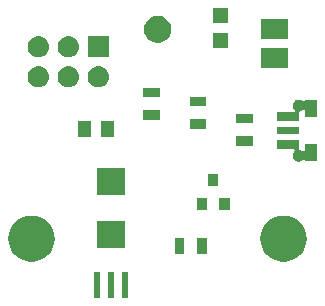
<source format=gts>
G04 #@! TF.GenerationSoftware,KiCad,Pcbnew,(5.0.2)-1*
G04 #@! TF.CreationDate,2019-05-02T14:31:50-05:00*
G04 #@! TF.ProjectId,roomba_wall_v3,726f6f6d-6261-45f7-9761-6c6c5f76332e,B*
G04 #@! TF.SameCoordinates,Original*
G04 #@! TF.FileFunction,Soldermask,Top*
G04 #@! TF.FilePolarity,Negative*
%FSLAX46Y46*%
G04 Gerber Fmt 4.6, Leading zero omitted, Abs format (unit mm)*
G04 Created by KiCad (PCBNEW (5.0.2)-1) date 5/2/2019 2:31:50 PM*
%MOMM*%
%LPD*%
G01*
G04 APERTURE LIST*
%ADD10C,0.100000*%
G04 APERTURE END LIST*
D10*
G36*
X157533800Y-130005800D02*
X157032200Y-130005800D01*
X157032200Y-127804200D01*
X157533800Y-127804200D01*
X157533800Y-130005800D01*
X157533800Y-130005800D01*
G37*
G36*
X156333800Y-130005800D02*
X155832200Y-130005800D01*
X155832200Y-127804200D01*
X156333800Y-127804200D01*
X156333800Y-130005800D01*
X156333800Y-130005800D01*
G37*
G36*
X155133800Y-130005800D02*
X154632200Y-130005800D01*
X154632200Y-127804200D01*
X155133800Y-127804200D01*
X155133800Y-130005800D01*
X155133800Y-130005800D01*
G37*
G36*
X149735400Y-123040498D02*
X149735403Y-123040499D01*
X149735404Y-123040499D01*
X150104074Y-123152334D01*
X150443842Y-123333944D01*
X150443844Y-123333945D01*
X150443843Y-123333945D01*
X150741651Y-123578349D01*
X150986055Y-123876157D01*
X151167665Y-124215924D01*
X151279502Y-124584600D01*
X151317263Y-124968000D01*
X151279502Y-125351400D01*
X151279501Y-125351403D01*
X151279501Y-125351404D01*
X151167666Y-125720074D01*
X150986056Y-126059842D01*
X150741651Y-126357651D01*
X150443842Y-126602056D01*
X150104074Y-126783666D01*
X149735404Y-126895501D01*
X149735403Y-126895501D01*
X149735400Y-126895502D01*
X149448083Y-126923800D01*
X149255917Y-126923800D01*
X148968600Y-126895502D01*
X148968597Y-126895501D01*
X148968596Y-126895501D01*
X148599926Y-126783666D01*
X148260158Y-126602056D01*
X147962349Y-126357651D01*
X147717944Y-126059842D01*
X147536334Y-125720074D01*
X147424499Y-125351404D01*
X147424499Y-125351403D01*
X147424498Y-125351400D01*
X147386737Y-124968000D01*
X147424498Y-124584600D01*
X147536335Y-124215924D01*
X147717945Y-123876157D01*
X147962349Y-123578349D01*
X148260157Y-123333945D01*
X148260156Y-123333945D01*
X148260158Y-123333944D01*
X148599926Y-123152334D01*
X148968596Y-123040499D01*
X148968597Y-123040499D01*
X148968600Y-123040498D01*
X149255917Y-123012200D01*
X149448083Y-123012200D01*
X149735400Y-123040498D01*
X149735400Y-123040498D01*
G37*
G36*
X171071400Y-123040498D02*
X171071403Y-123040499D01*
X171071404Y-123040499D01*
X171440074Y-123152334D01*
X171779842Y-123333944D01*
X171779844Y-123333945D01*
X171779843Y-123333945D01*
X172077651Y-123578349D01*
X172322055Y-123876157D01*
X172503665Y-124215924D01*
X172615502Y-124584600D01*
X172653263Y-124968000D01*
X172615502Y-125351400D01*
X172615501Y-125351403D01*
X172615501Y-125351404D01*
X172503666Y-125720074D01*
X172322056Y-126059842D01*
X172077651Y-126357651D01*
X171779842Y-126602056D01*
X171440074Y-126783666D01*
X171071404Y-126895501D01*
X171071403Y-126895501D01*
X171071400Y-126895502D01*
X170784083Y-126923800D01*
X170591917Y-126923800D01*
X170304600Y-126895502D01*
X170304597Y-126895501D01*
X170304596Y-126895501D01*
X169935926Y-126783666D01*
X169596158Y-126602056D01*
X169298349Y-126357651D01*
X169053944Y-126059842D01*
X168872334Y-125720074D01*
X168760499Y-125351404D01*
X168760499Y-125351403D01*
X168760498Y-125351400D01*
X168722737Y-124968000D01*
X168760498Y-124584600D01*
X168872335Y-124215924D01*
X169053945Y-123876157D01*
X169298349Y-123578349D01*
X169596157Y-123333945D01*
X169596156Y-123333945D01*
X169596158Y-123333944D01*
X169935926Y-123152334D01*
X170304596Y-123040499D01*
X170304597Y-123040499D01*
X170304600Y-123040498D01*
X170591917Y-123012200D01*
X170784083Y-123012200D01*
X171071400Y-123040498D01*
X171071400Y-123040498D01*
G37*
G36*
X164164800Y-126303800D02*
X163363200Y-126303800D01*
X163363200Y-124902200D01*
X164164800Y-124902200D01*
X164164800Y-126303800D01*
X164164800Y-126303800D01*
G37*
G36*
X162264800Y-126303800D02*
X161463200Y-126303800D01*
X161463200Y-124902200D01*
X162264800Y-124902200D01*
X162264800Y-126303800D01*
X162264800Y-126303800D01*
G37*
G36*
X157258800Y-125765300D02*
X154907200Y-125765300D01*
X154907200Y-123463700D01*
X157258800Y-123463700D01*
X157258800Y-125765300D01*
X157258800Y-125765300D01*
G37*
G36*
X164219800Y-122531800D02*
X163318200Y-122531800D01*
X163318200Y-121530200D01*
X164219800Y-121530200D01*
X164219800Y-122531800D01*
X164219800Y-122531800D01*
G37*
G36*
X166119800Y-122531800D02*
X165218200Y-122531800D01*
X165218200Y-121530200D01*
X166119800Y-121530200D01*
X166119800Y-122531800D01*
X166119800Y-122531800D01*
G37*
G36*
X157258800Y-121265300D02*
X154907200Y-121265300D01*
X154907200Y-118963700D01*
X157258800Y-118963700D01*
X157258800Y-121265300D01*
X157258800Y-121265300D01*
G37*
G36*
X165169800Y-120531800D02*
X164268200Y-120531800D01*
X164268200Y-119530200D01*
X165169800Y-119530200D01*
X165169800Y-120531800D01*
X165169800Y-120531800D01*
G37*
G36*
X172008800Y-117345909D02*
X172011202Y-117370295D01*
X172018315Y-117393744D01*
X172029866Y-117415355D01*
X172045412Y-117434297D01*
X172064354Y-117449843D01*
X172085965Y-117461394D01*
X172099053Y-117465364D01*
X172195216Y-117505196D01*
X172195218Y-117505197D01*
X172206254Y-117512571D01*
X172277244Y-117560005D01*
X172293812Y-117576573D01*
X172312754Y-117592119D01*
X172334365Y-117603670D01*
X172357814Y-117610783D01*
X172382200Y-117613185D01*
X172406586Y-117610783D01*
X172430035Y-117603670D01*
X172451646Y-117592119D01*
X172470588Y-117576573D01*
X172486134Y-117557631D01*
X172497685Y-117536020D01*
X172504798Y-117512571D01*
X172507200Y-117488185D01*
X172507200Y-116973200D01*
X173508800Y-116973200D01*
X173508800Y-118374800D01*
X172501574Y-118374800D01*
X172497685Y-118361980D01*
X172486134Y-118340369D01*
X172470588Y-118321427D01*
X172451646Y-118305881D01*
X172430035Y-118294330D01*
X172406586Y-118287217D01*
X172382200Y-118284815D01*
X172357814Y-118287217D01*
X172334365Y-118294330D01*
X172312754Y-118305881D01*
X172293812Y-118321427D01*
X172277244Y-118337995D01*
X172277241Y-118337997D01*
X172195218Y-118392803D01*
X172195217Y-118392804D01*
X172195216Y-118392804D01*
X172104077Y-118430555D01*
X172007326Y-118449800D01*
X171908674Y-118449800D01*
X171811923Y-118430555D01*
X171720784Y-118392804D01*
X171720783Y-118392804D01*
X171720782Y-118392803D01*
X171638759Y-118337997D01*
X171638756Y-118337995D01*
X171569005Y-118268244D01*
X171514196Y-118186216D01*
X171476445Y-118095077D01*
X171457200Y-117998326D01*
X171457200Y-117899674D01*
X171476445Y-117802923D01*
X171514196Y-117711784D01*
X171569005Y-117629756D01*
X171610573Y-117588188D01*
X171626119Y-117569246D01*
X171637670Y-117547635D01*
X171644783Y-117524186D01*
X171647185Y-117499800D01*
X171644783Y-117475414D01*
X171637670Y-117451965D01*
X171626119Y-117430354D01*
X171610573Y-117411412D01*
X171591631Y-117395866D01*
X171570020Y-117384315D01*
X171546571Y-117377202D01*
X171522185Y-117374800D01*
X170107200Y-117374800D01*
X170107200Y-116623200D01*
X172008800Y-116623200D01*
X172008800Y-117345909D01*
X172008800Y-117345909D01*
G37*
G36*
X168086800Y-117111300D02*
X166685200Y-117111300D01*
X166685200Y-116309700D01*
X168086800Y-116309700D01*
X168086800Y-117111300D01*
X168086800Y-117111300D01*
G37*
G36*
X154363800Y-116372800D02*
X153262200Y-116372800D01*
X153262200Y-115021200D01*
X154363800Y-115021200D01*
X154363800Y-116372800D01*
X154363800Y-116372800D01*
G37*
G36*
X156363800Y-116372800D02*
X155262200Y-116372800D01*
X155262200Y-115021200D01*
X156363800Y-115021200D01*
X156363800Y-116372800D01*
X156363800Y-116372800D01*
G37*
G36*
X172008800Y-116124800D02*
X170107200Y-116124800D01*
X170107200Y-115523200D01*
X172008800Y-115523200D01*
X172008800Y-116124800D01*
X172008800Y-116124800D01*
G37*
G36*
X164149800Y-115650800D02*
X162748200Y-115650800D01*
X162748200Y-114849200D01*
X164149800Y-114849200D01*
X164149800Y-115650800D01*
X164149800Y-115650800D01*
G37*
G36*
X168086800Y-115211300D02*
X166685200Y-115211300D01*
X166685200Y-114409700D01*
X168086800Y-114409700D01*
X168086800Y-115211300D01*
X168086800Y-115211300D01*
G37*
G36*
X172104077Y-113217445D02*
X172195216Y-113255196D01*
X172195218Y-113255197D01*
X172222161Y-113273200D01*
X172277244Y-113310005D01*
X172293812Y-113326573D01*
X172312754Y-113342119D01*
X172334365Y-113353670D01*
X172357814Y-113360783D01*
X172382200Y-113363185D01*
X172406586Y-113360783D01*
X172430035Y-113353670D01*
X172451646Y-113342119D01*
X172470588Y-113326573D01*
X172486134Y-113307631D01*
X172497685Y-113286020D01*
X172501574Y-113273200D01*
X173508800Y-113273200D01*
X173508800Y-114674800D01*
X172507200Y-114674800D01*
X172507200Y-114159815D01*
X172504798Y-114135429D01*
X172497685Y-114111980D01*
X172486134Y-114090369D01*
X172470588Y-114071427D01*
X172451646Y-114055881D01*
X172430035Y-114044330D01*
X172406586Y-114037217D01*
X172382200Y-114034815D01*
X172357814Y-114037217D01*
X172334365Y-114044330D01*
X172312754Y-114055881D01*
X172293812Y-114071427D01*
X172277244Y-114087995D01*
X172277241Y-114087997D01*
X172195218Y-114142803D01*
X172195217Y-114142804D01*
X172195216Y-114142804D01*
X172099057Y-114182635D01*
X172085972Y-114186603D01*
X172064361Y-114198153D01*
X172045418Y-114213697D01*
X172029871Y-114232638D01*
X172018318Y-114254248D01*
X172011203Y-114277696D01*
X172008800Y-114302091D01*
X172008800Y-115029800D01*
X170107200Y-115029800D01*
X170107200Y-114268200D01*
X171517185Y-114268200D01*
X171541571Y-114265798D01*
X171565020Y-114258685D01*
X171586631Y-114247134D01*
X171605573Y-114231588D01*
X171621119Y-114212646D01*
X171632670Y-114191035D01*
X171639783Y-114167586D01*
X171642185Y-114143200D01*
X171639783Y-114118814D01*
X171632670Y-114095365D01*
X171621119Y-114073754D01*
X171605573Y-114054812D01*
X171569005Y-114018244D01*
X171514196Y-113936216D01*
X171476445Y-113845077D01*
X171457200Y-113748326D01*
X171457200Y-113649674D01*
X171476445Y-113552923D01*
X171514196Y-113461784D01*
X171569005Y-113379756D01*
X171638756Y-113310005D01*
X171693839Y-113273200D01*
X171720782Y-113255197D01*
X171720784Y-113255196D01*
X171811923Y-113217445D01*
X171908674Y-113198200D01*
X172007326Y-113198200D01*
X172104077Y-113217445D01*
X172104077Y-113217445D01*
G37*
G36*
X160212800Y-114888800D02*
X158811200Y-114888800D01*
X158811200Y-114087200D01*
X160212800Y-114087200D01*
X160212800Y-114888800D01*
X160212800Y-114888800D01*
G37*
G36*
X164149800Y-113750800D02*
X162748200Y-113750800D01*
X162748200Y-112949200D01*
X164149800Y-112949200D01*
X164149800Y-113750800D01*
X164149800Y-113750800D01*
G37*
G36*
X160212800Y-112988800D02*
X158811200Y-112988800D01*
X158811200Y-112187200D01*
X160212800Y-112187200D01*
X160212800Y-112988800D01*
X160212800Y-112988800D01*
G37*
G36*
X152551862Y-110355545D02*
X152640088Y-110364234D01*
X152753289Y-110398573D01*
X152809890Y-110415743D01*
X152948480Y-110489822D01*
X152966379Y-110499389D01*
X152985888Y-110515400D01*
X153103544Y-110611956D01*
X153186788Y-110713391D01*
X153216111Y-110749121D01*
X153216112Y-110749123D01*
X153299757Y-110905610D01*
X153299757Y-110905611D01*
X153351266Y-111075412D01*
X153368658Y-111252000D01*
X153351266Y-111428588D01*
X153316927Y-111541789D01*
X153299757Y-111598390D01*
X153225678Y-111736980D01*
X153216111Y-111754879D01*
X153186788Y-111790609D01*
X153103544Y-111892044D01*
X153002109Y-111975288D01*
X152966379Y-112004611D01*
X152966377Y-112004612D01*
X152809890Y-112088257D01*
X152753289Y-112105427D01*
X152640088Y-112139766D01*
X152551862Y-112148455D01*
X152507750Y-112152800D01*
X152419250Y-112152800D01*
X152375138Y-112148455D01*
X152286912Y-112139766D01*
X152173711Y-112105427D01*
X152117110Y-112088257D01*
X151960623Y-112004612D01*
X151960621Y-112004611D01*
X151924891Y-111975288D01*
X151823456Y-111892044D01*
X151740212Y-111790609D01*
X151710889Y-111754879D01*
X151701322Y-111736980D01*
X151627243Y-111598390D01*
X151610073Y-111541789D01*
X151575734Y-111428588D01*
X151558342Y-111252000D01*
X151575734Y-111075412D01*
X151627243Y-110905611D01*
X151627243Y-110905610D01*
X151710888Y-110749123D01*
X151710889Y-110749121D01*
X151740212Y-110713391D01*
X151823456Y-110611956D01*
X151941112Y-110515400D01*
X151960621Y-110499389D01*
X151978520Y-110489822D01*
X152117110Y-110415743D01*
X152173711Y-110398573D01*
X152286912Y-110364234D01*
X152375138Y-110355545D01*
X152419250Y-110351200D01*
X152507750Y-110351200D01*
X152551862Y-110355545D01*
X152551862Y-110355545D01*
G37*
G36*
X150011862Y-110355545D02*
X150100088Y-110364234D01*
X150213289Y-110398573D01*
X150269890Y-110415743D01*
X150408480Y-110489822D01*
X150426379Y-110499389D01*
X150445888Y-110515400D01*
X150563544Y-110611956D01*
X150646788Y-110713391D01*
X150676111Y-110749121D01*
X150676112Y-110749123D01*
X150759757Y-110905610D01*
X150759757Y-110905611D01*
X150811266Y-111075412D01*
X150828658Y-111252000D01*
X150811266Y-111428588D01*
X150776927Y-111541789D01*
X150759757Y-111598390D01*
X150685678Y-111736980D01*
X150676111Y-111754879D01*
X150646788Y-111790609D01*
X150563544Y-111892044D01*
X150462109Y-111975288D01*
X150426379Y-112004611D01*
X150426377Y-112004612D01*
X150269890Y-112088257D01*
X150213289Y-112105427D01*
X150100088Y-112139766D01*
X150011862Y-112148455D01*
X149967750Y-112152800D01*
X149879250Y-112152800D01*
X149835138Y-112148455D01*
X149746912Y-112139766D01*
X149633711Y-112105427D01*
X149577110Y-112088257D01*
X149420623Y-112004612D01*
X149420621Y-112004611D01*
X149384891Y-111975288D01*
X149283456Y-111892044D01*
X149200212Y-111790609D01*
X149170889Y-111754879D01*
X149161322Y-111736980D01*
X149087243Y-111598390D01*
X149070073Y-111541789D01*
X149035734Y-111428588D01*
X149018342Y-111252000D01*
X149035734Y-111075412D01*
X149087243Y-110905611D01*
X149087243Y-110905610D01*
X149170888Y-110749123D01*
X149170889Y-110749121D01*
X149200212Y-110713391D01*
X149283456Y-110611956D01*
X149401112Y-110515400D01*
X149420621Y-110499389D01*
X149438520Y-110489822D01*
X149577110Y-110415743D01*
X149633711Y-110398573D01*
X149746912Y-110364234D01*
X149835138Y-110355545D01*
X149879250Y-110351200D01*
X149967750Y-110351200D01*
X150011862Y-110355545D01*
X150011862Y-110355545D01*
G37*
G36*
X155091862Y-110355545D02*
X155180088Y-110364234D01*
X155293289Y-110398573D01*
X155349890Y-110415743D01*
X155488480Y-110489822D01*
X155506379Y-110499389D01*
X155525888Y-110515400D01*
X155643544Y-110611956D01*
X155726788Y-110713391D01*
X155756111Y-110749121D01*
X155756112Y-110749123D01*
X155839757Y-110905610D01*
X155839757Y-110905611D01*
X155891266Y-111075412D01*
X155908658Y-111252000D01*
X155891266Y-111428588D01*
X155856927Y-111541789D01*
X155839757Y-111598390D01*
X155765678Y-111736980D01*
X155756111Y-111754879D01*
X155726788Y-111790609D01*
X155643544Y-111892044D01*
X155542109Y-111975288D01*
X155506379Y-112004611D01*
X155506377Y-112004612D01*
X155349890Y-112088257D01*
X155293289Y-112105427D01*
X155180088Y-112139766D01*
X155091862Y-112148455D01*
X155047750Y-112152800D01*
X154959250Y-112152800D01*
X154915138Y-112148455D01*
X154826912Y-112139766D01*
X154713711Y-112105427D01*
X154657110Y-112088257D01*
X154500623Y-112004612D01*
X154500621Y-112004611D01*
X154464891Y-111975288D01*
X154363456Y-111892044D01*
X154280212Y-111790609D01*
X154250889Y-111754879D01*
X154241322Y-111736980D01*
X154167243Y-111598390D01*
X154150073Y-111541789D01*
X154115734Y-111428588D01*
X154098342Y-111252000D01*
X154115734Y-111075412D01*
X154167243Y-110905611D01*
X154167243Y-110905610D01*
X154250888Y-110749123D01*
X154250889Y-110749121D01*
X154280212Y-110713391D01*
X154363456Y-110611956D01*
X154481112Y-110515400D01*
X154500621Y-110499389D01*
X154518520Y-110489822D01*
X154657110Y-110415743D01*
X154713711Y-110398573D01*
X154826912Y-110364234D01*
X154915138Y-110355545D01*
X154959250Y-110351200D01*
X155047750Y-110351200D01*
X155091862Y-110355545D01*
X155091862Y-110355545D01*
G37*
G36*
X171081700Y-110515400D02*
X168770300Y-110515400D01*
X168770300Y-108864400D01*
X171081700Y-108864400D01*
X171081700Y-110515400D01*
X171081700Y-110515400D01*
G37*
G36*
X150011862Y-107815545D02*
X150100088Y-107824234D01*
X150213289Y-107858573D01*
X150269890Y-107875743D01*
X150408480Y-107949822D01*
X150426379Y-107959389D01*
X150457698Y-107985092D01*
X150563544Y-108071956D01*
X150646788Y-108173391D01*
X150676111Y-108209121D01*
X150676112Y-108209123D01*
X150759757Y-108365610D01*
X150759757Y-108365611D01*
X150811266Y-108535412D01*
X150828658Y-108712000D01*
X150811266Y-108888588D01*
X150776927Y-109001789D01*
X150759757Y-109058390D01*
X150685678Y-109196980D01*
X150676111Y-109214879D01*
X150646788Y-109250609D01*
X150563544Y-109352044D01*
X150462109Y-109435288D01*
X150426379Y-109464611D01*
X150426377Y-109464612D01*
X150269890Y-109548257D01*
X150213289Y-109565427D01*
X150100088Y-109599766D01*
X150011862Y-109608455D01*
X149967750Y-109612800D01*
X149879250Y-109612800D01*
X149835138Y-109608455D01*
X149746912Y-109599766D01*
X149633711Y-109565427D01*
X149577110Y-109548257D01*
X149420623Y-109464612D01*
X149420621Y-109464611D01*
X149384891Y-109435288D01*
X149283456Y-109352044D01*
X149200212Y-109250609D01*
X149170889Y-109214879D01*
X149161322Y-109196980D01*
X149087243Y-109058390D01*
X149070073Y-109001789D01*
X149035734Y-108888588D01*
X149018342Y-108712000D01*
X149035734Y-108535412D01*
X149087243Y-108365611D01*
X149087243Y-108365610D01*
X149170888Y-108209123D01*
X149170889Y-108209121D01*
X149200212Y-108173391D01*
X149283456Y-108071956D01*
X149389302Y-107985092D01*
X149420621Y-107959389D01*
X149438520Y-107949822D01*
X149577110Y-107875743D01*
X149633711Y-107858573D01*
X149746912Y-107824234D01*
X149835138Y-107815545D01*
X149879250Y-107811200D01*
X149967750Y-107811200D01*
X150011862Y-107815545D01*
X150011862Y-107815545D01*
G37*
G36*
X152551862Y-107815545D02*
X152640088Y-107824234D01*
X152753289Y-107858573D01*
X152809890Y-107875743D01*
X152948480Y-107949822D01*
X152966379Y-107959389D01*
X152997698Y-107985092D01*
X153103544Y-108071956D01*
X153186788Y-108173391D01*
X153216111Y-108209121D01*
X153216112Y-108209123D01*
X153299757Y-108365610D01*
X153299757Y-108365611D01*
X153351266Y-108535412D01*
X153368658Y-108712000D01*
X153351266Y-108888588D01*
X153316927Y-109001789D01*
X153299757Y-109058390D01*
X153225678Y-109196980D01*
X153216111Y-109214879D01*
X153186788Y-109250609D01*
X153103544Y-109352044D01*
X153002109Y-109435288D01*
X152966379Y-109464611D01*
X152966377Y-109464612D01*
X152809890Y-109548257D01*
X152753289Y-109565427D01*
X152640088Y-109599766D01*
X152551862Y-109608455D01*
X152507750Y-109612800D01*
X152419250Y-109612800D01*
X152375138Y-109608455D01*
X152286912Y-109599766D01*
X152173711Y-109565427D01*
X152117110Y-109548257D01*
X151960623Y-109464612D01*
X151960621Y-109464611D01*
X151924891Y-109435288D01*
X151823456Y-109352044D01*
X151740212Y-109250609D01*
X151710889Y-109214879D01*
X151701322Y-109196980D01*
X151627243Y-109058390D01*
X151610073Y-109001789D01*
X151575734Y-108888588D01*
X151558342Y-108712000D01*
X151575734Y-108535412D01*
X151627243Y-108365611D01*
X151627243Y-108365610D01*
X151710888Y-108209123D01*
X151710889Y-108209121D01*
X151740212Y-108173391D01*
X151823456Y-108071956D01*
X151929302Y-107985092D01*
X151960621Y-107959389D01*
X151978520Y-107949822D01*
X152117110Y-107875743D01*
X152173711Y-107858573D01*
X152286912Y-107824234D01*
X152375138Y-107815545D01*
X152419250Y-107811200D01*
X152507750Y-107811200D01*
X152551862Y-107815545D01*
X152551862Y-107815545D01*
G37*
G36*
X155904300Y-109612800D02*
X154102700Y-109612800D01*
X154102700Y-107811200D01*
X155904300Y-107811200D01*
X155904300Y-109612800D01*
X155904300Y-109612800D01*
G37*
G36*
X166004240Y-108823760D02*
X164703760Y-108823760D01*
X164703760Y-107523280D01*
X166004240Y-107523280D01*
X166004240Y-108823760D01*
X166004240Y-108823760D01*
G37*
G36*
X160355673Y-106144924D02*
X160355675Y-106144925D01*
X160355676Y-106144925D01*
X160565108Y-106231674D01*
X160565109Y-106231675D01*
X160753595Y-106357617D01*
X160913883Y-106517905D01*
X160913885Y-106517908D01*
X161039826Y-106706392D01*
X161126575Y-106915824D01*
X161170800Y-107138156D01*
X161170800Y-107364844D01*
X161126575Y-107587176D01*
X161039826Y-107796608D01*
X160931060Y-107959388D01*
X160913883Y-107985095D01*
X160753595Y-108145383D01*
X160753592Y-108145385D01*
X160565108Y-108271326D01*
X160355676Y-108358075D01*
X160355675Y-108358075D01*
X160355673Y-108358076D01*
X160133345Y-108402300D01*
X159906655Y-108402300D01*
X159684327Y-108358076D01*
X159684325Y-108358075D01*
X159684324Y-108358075D01*
X159474892Y-108271326D01*
X159286408Y-108145385D01*
X159286405Y-108145383D01*
X159126117Y-107985095D01*
X159108940Y-107959388D01*
X159000174Y-107796608D01*
X158913425Y-107587176D01*
X158869200Y-107364844D01*
X158869200Y-107138156D01*
X158913425Y-106915824D01*
X159000174Y-106706392D01*
X159126115Y-106517908D01*
X159126117Y-106517905D01*
X159286405Y-106357617D01*
X159474891Y-106231675D01*
X159474892Y-106231674D01*
X159684324Y-106144925D01*
X159684325Y-106144925D01*
X159684327Y-106144924D01*
X159906655Y-106100700D01*
X160133345Y-106100700D01*
X160355673Y-106144924D01*
X160355673Y-106144924D01*
G37*
G36*
X171081700Y-108051600D02*
X168770300Y-108051600D01*
X168770300Y-106400600D01*
X171081700Y-106400600D01*
X171081700Y-108051600D01*
X171081700Y-108051600D01*
G37*
G36*
X166004240Y-106725720D02*
X164703760Y-106725720D01*
X164703760Y-105425240D01*
X166004240Y-105425240D01*
X166004240Y-106725720D01*
X166004240Y-106725720D01*
G37*
M02*

</source>
